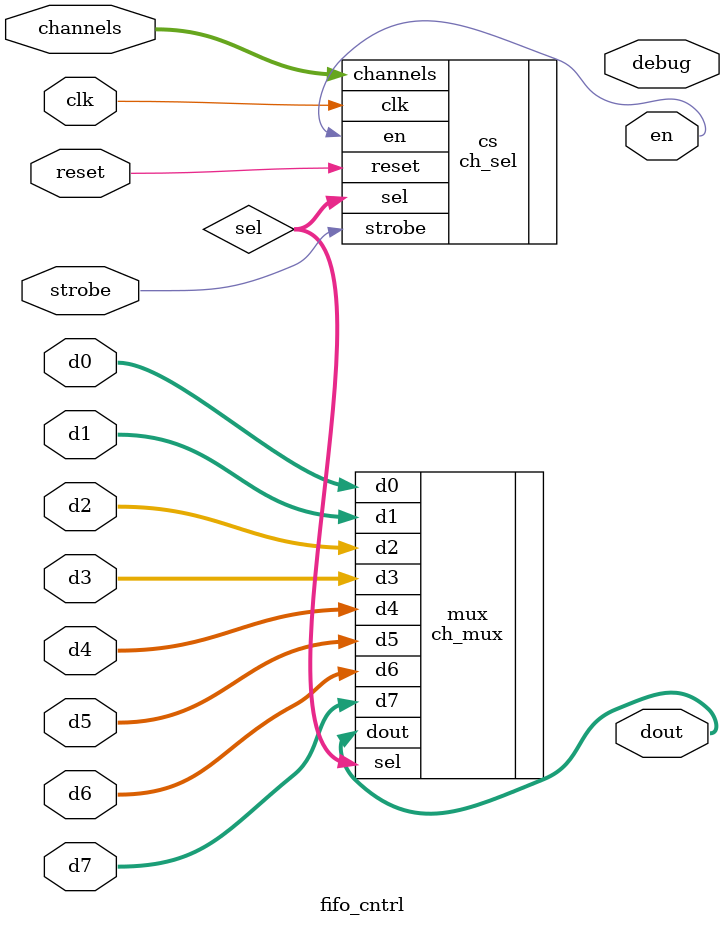
<source format=v>

module fifo_cntrl
  (
   input reset,
   input strobe,
   input clk,
   input [2:0] channels,
   input [15:0] d0,
   input [15:0] d1,
   input [15:0] d2,
   input [15:0] d3,
   input [15:0] d4,
   input [15:0] d5,
   input [15:0] d6,
   input [15:0] d7,
   output [15:0] dout,
   output en,
   output [7:0] debug
   );

   wire [2:0] 	sel;

   ch_sel cs
     (
      .clk(clk),
      .reset(reset),
      .strobe(strobe),
      .en(en),
      .sel(sel),
      .channels(channels)
      );
   
   ch_mux mux
     (
      .d0(d0),
      .d1(d1),
      .d2(d2),
      .d3(d3),
      .d4(d4),
      .d5(d5),
      .d6(d6),
      .d7(d7),
      .dout(dout),
      .sel(sel)
      );

/* -----\/----- EXCLUDED -----\/-----
   assign 	debug = {
			 channels[2], //7-9
			 sel,      //4-6
			 en,       //3
			 strobe,   //2
			 clk,      //1 
			 reset,    //0
			 };
 -----/\----- EXCLUDED -----/\----- */
endmodule // ch_mux

</source>
